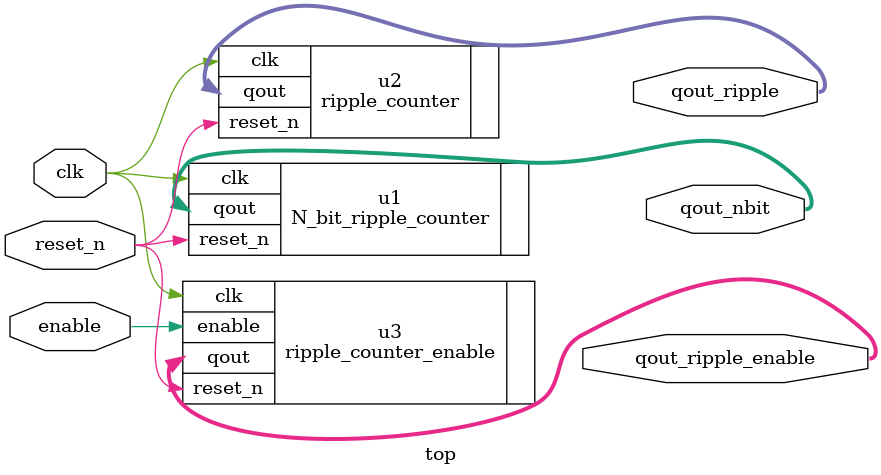
<source format=v>
module top (
    input wire clk,
    input wire enable,
    input wire reset_n,
    output wire [3:0] qout_nbit,
    output wire [2:0] qout_ripple,
    output wire [2:0] qout_ripple_enable
);

    // Instantiation of N-bit ripple counter
    N_bit_ripple_counter #(
        .N(4)
    ) u1 (
        .clk(clk),
        .reset_n(reset_n),
        .qout(qout_nbit)
    );

    // Instantiation of 3-bit ripple counter
    ripple_counter u2 (
        .clk(clk),
        .reset_n(reset_n),
        .qout(qout_ripple)
    );

    // Instantiation of 3-bit ripple counter with enable control
    ripple_counter_enable u3 (
        .clk(clk),
        .enable(enable),
        .reset_n(reset_n),
        .qout(qout_ripple_enable)
    );

endmodule

</source>
